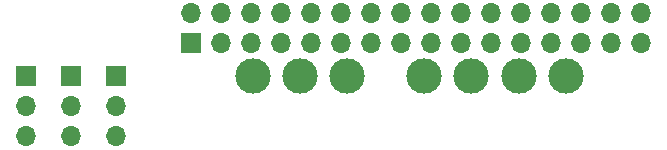
<source format=gts>
G04 #@! TF.GenerationSoftware,KiCad,Pcbnew,(6.0.6)*
G04 #@! TF.CreationDate,2022-08-10T20:14:49+02:00*
G04 #@! TF.ProjectId,joystick,6a6f7973-7469-4636-9b2e-6b696361645f,rev?*
G04 #@! TF.SameCoordinates,Original*
G04 #@! TF.FileFunction,Soldermask,Top*
G04 #@! TF.FilePolarity,Negative*
%FSLAX46Y46*%
G04 Gerber Fmt 4.6, Leading zero omitted, Abs format (unit mm)*
G04 Created by KiCad (PCBNEW (6.0.6)) date 2022-08-10 20:14:49*
%MOMM*%
%LPD*%
G01*
G04 APERTURE LIST*
%ADD10R,1.700000X1.700000*%
%ADD11O,1.700000X1.700000*%
%ADD12C,3.000000*%
G04 APERTURE END LIST*
D10*
X125730000Y-95016000D03*
D11*
X125730000Y-92476000D03*
X128270000Y-95016000D03*
X128270000Y-92476000D03*
X130810000Y-95016000D03*
X130810000Y-92476000D03*
X133350000Y-95016000D03*
X133350000Y-92476000D03*
X135890000Y-95016000D03*
X135890000Y-92476000D03*
X138430000Y-95016000D03*
X138430000Y-92476000D03*
X140970000Y-95016000D03*
X140970000Y-92476000D03*
X143510000Y-95016000D03*
X143510000Y-92476000D03*
X146050000Y-95016000D03*
X146050000Y-92476000D03*
X148590000Y-95016000D03*
X148590000Y-92476000D03*
X151130000Y-95016000D03*
X151130000Y-92476000D03*
X153670000Y-95016000D03*
X153670000Y-92476000D03*
X156210000Y-95016000D03*
X156210000Y-92476000D03*
X158750000Y-95016000D03*
X158750000Y-92476000D03*
X161290000Y-95016000D03*
X161290000Y-92476000D03*
X163830000Y-95016000D03*
X163830000Y-92476000D03*
D12*
X130980000Y-97790000D03*
X134980000Y-97790000D03*
X138980000Y-97790000D03*
X145480000Y-97790000D03*
X149480000Y-97790000D03*
X153480000Y-97790000D03*
X157480000Y-97790000D03*
D11*
X119380000Y-102870000D03*
X119380000Y-100330000D03*
D10*
X119380000Y-97790000D03*
D11*
X115570000Y-102885000D03*
X115570000Y-100345000D03*
D10*
X115570000Y-97805000D03*
D11*
X111760000Y-102885000D03*
X111760000Y-100345000D03*
D10*
X111760000Y-97805000D03*
M02*

</source>
